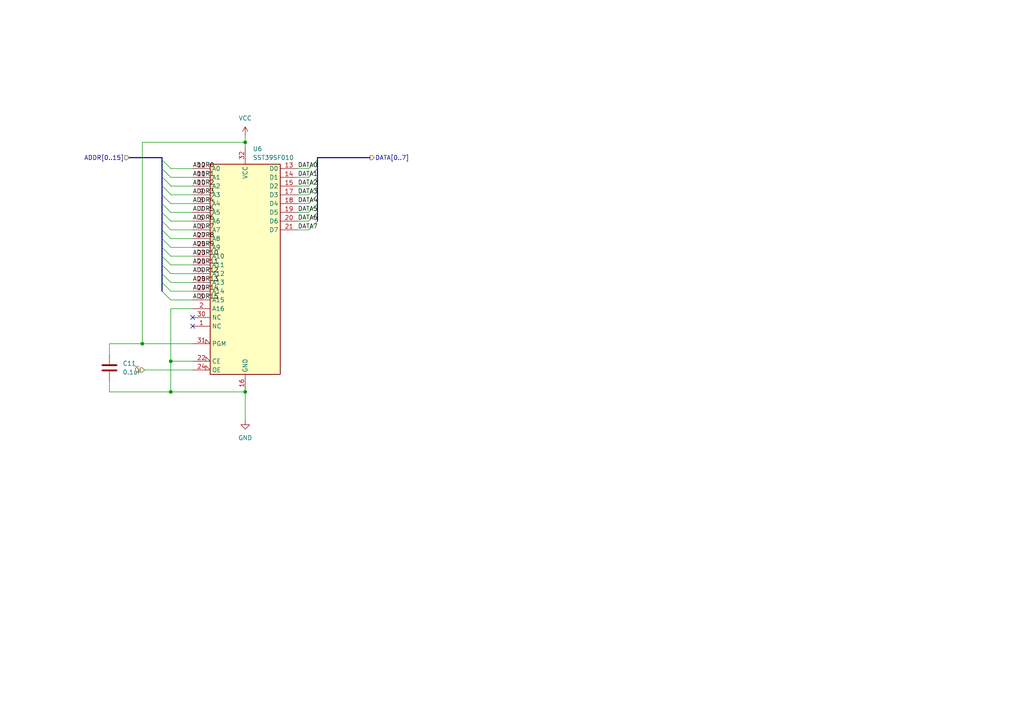
<source format=kicad_sch>
(kicad_sch (version 20231120) (generator "eeschema") (generator_version "8.0")
  (paper "A4")
  (lib_symbols
    (symbol "Device:C" (pin_numbers hide) (pin_names (offset 0.254))
      (property "Reference" "C" (at 0.635 2.54 0))
      (property "Value" "C" (at 0.635 -2.54 0))
      (symbol "C_0_1"
        (polyline (pts (xy -2.032 -0.762) (xy 2.032 -0.762)) (stroke (width 0.508)))
        (polyline (pts (xy -2.032 0.762) (xy 2.032 0.762)) (stroke (width 0.508)))
      )
      (symbol "C_1_1"
        (pin passive line (at 0 3.81 270) (length 2.794) (name "~") (number "1"))
        (pin passive line (at 0 -3.81 90) (length 2.794) (name "~") (number "2"))
      )
    )
    (symbol "Memory_Flash:SST39SF010"
      (property "Reference" "U" (at 2.54 33.02 0))
      (property "Value" "SST39SF010" (at 0 -30.48 0))
      (symbol "SST39SF010_0_0"
        (pin power_in line (at 0 -34.29 90) (length 5.08) (name "GND") (number "16"))
        (pin power_in line (at 0 36.83 270) (length 5.08) (name "VCC") (number "32"))
      )
      (symbol "SST39SF010_0_1"
        (rectangle (start -10.16 31.75) (end 10.16 -29.21) (stroke (width 0.254)) (fill (type background)))
      )
      (symbol "SST39SF010_1_1"
        (pin input line (at -15.24 -15.24 0) (length 5.08) (name "NC") (number "1"))
        (pin input line (at -15.24 25.4 0) (length 5.08) (name "A2") (number "10"))
        (pin input line (at -15.24 27.94 0) (length 5.08) (name "A1") (number "11"))
        (pin input line (at -15.24 30.48 0) (length 5.08) (name "A0") (number "12"))
        (pin tri_state line (at 15.24 30.48 180) (length 5.08) (name "D0") (number "13"))
        (pin tri_state line (at 15.24 27.94 180) (length 5.08) (name "D1") (number "14"))
        (pin tri_state line (at 15.24 25.4 180) (length 5.08) (name "D2") (number "15"))
        (pin tri_state line (at 15.24 22.86 180) (length 5.08) (name "D3") (number "17"))
        (pin tri_state line (at 15.24 20.32 180) (length 5.08) (name "D4") (number "18"))
        (pin tri_state line (at 15.24 17.78 180) (length 5.08) (name "D5") (number "19"))
        (pin input line (at -15.24 -10.16 0) (length 5.08) (name "A16") (number "2"))
        (pin tri_state line (at 15.24 15.24 180) (length 5.08) (name "D6") (number "20"))
        (pin tri_state line (at 15.24 12.7 180) (length 5.08) (name "D7") (number "21"))
        (pin input input_low (at -15.24 -25.4 0) (length 5.08) (name "CE") (number "22"))
        (pin input line (at -15.24 5.08 0) (length 5.08) (name "A10") (number "23"))
        (pin input input_low (at -15.24 -27.94 0) (length 5.08) (name "OE") (number "24"))
        (pin input line (at -15.24 2.54 0) (length 5.08) (name "A11") (number "25"))
        (pin input line (at -15.24 7.62 0) (length 5.08) (name "A9") (number "26"))
        (pin input line (at -15.24 10.16 0) (length 5.08) (name "A8") (number "27"))
        (pin input line (at -15.24 -2.54 0) (length 5.08) (name "A13") (number "28"))
        (pin input line (at -15.24 -5.08 0) (length 5.08) (name "A14") (number "29"))
        (pin input line (at -15.24 -7.62 0) (length 5.08) (name "A15") (number "3"))
        (pin input line (at -15.24 -12.7 0) (length 5.08) (name "NC") (number "30"))
        (pin input input_low (at -15.24 -20.32 0) (length 5.08) (name "PGM") (number "31"))
        (pin input line (at -15.24 0 0) (length 5.08) (name "A12") (number "4"))
        (pin input line (at -15.24 12.7 0) (length 5.08) (name "A7") (number "5"))
        (pin input line (at -15.24 15.24 0) (length 5.08) (name "A6") (number "6"))
        (pin input line (at -15.24 17.78 0) (length 5.08) (name "A5") (number "7"))
        (pin input line (at -15.24 20.32 0) (length 5.08) (name "A4") (number "8"))
        (pin input line (at -15.24 22.86 0) (length 5.08) (name "A3") (number "9"))
      )
    )
    (symbol "power:GND" (power) (pin_numbers hide) (pin_names (offset 0) hide)
      (property "Value" "GND" (at 0 -3.81 0))
      (symbol "GND_0_1"
        (polyline (pts (xy 0 0) (xy 0 -1.27) (xy 1.27 -1.27) (xy 0 -2.54) (xy -1.27 -1.27) (xy 0 -1.27)))
      )
      (symbol "GND_1_1"
        (pin power_in line (at 0 0 270) (length 0) (name "~") (number "1"))
      )
    )
    (symbol "power:VCC" (power) (pin_numbers hide) (pin_names (offset 0) hide)
      (property "Value" "VCC" (at 0 3.556 0))
      (symbol "VCC_0_1"
        (polyline (pts (xy -0.762 1.27) (xy 0 2.54)))
        (polyline (pts (xy 0 0) (xy 0 2.54)))
        (polyline (pts (xy 0 2.54) (xy 0.762 1.27)))
      )
      (symbol "VCC_1_1"
        (pin power_in line (at 0 0 90) (length 0) (name "~") (number "1"))
      )
    )
  )
  (junction (at 41.275 99.695))
  (junction (at 49.53 104.775))
  (junction (at 71.12 113.665))
  (junction (at 49.53 113.665))
  (junction (at 71.12 41.275))
  (no_connect (at 55.88 94.615))
  (no_connect (at 55.88 92.075))
  (bus_entry (at 46.99 66.675) (size 2.54 2.54))
  (bus_entry (at 92.075 59.055) (size -2.54 2.54))
  (bus_entry (at 46.99 76.835) (size 2.54 2.54))
  (bus_entry (at 46.99 81.915) (size 2.54 2.54))
  (bus_entry (at 92.075 56.515) (size -2.54 2.54))
  (bus_entry (at 92.075 51.435) (size -2.54 2.54))
  (bus_entry (at 46.99 79.375) (size 2.54 2.54))
  (bus_entry (at 46.99 59.055) (size 2.54 2.54))
  (bus_entry (at 46.99 61.595) (size 2.54 2.54))
  (bus_entry (at 46.99 56.515) (size 2.54 2.54))
  (bus_entry (at 46.99 53.848) (size 2.54 2.54))
  (bus_entry (at 46.99 71.755) (size 2.54 2.54))
  (bus_entry (at 92.075 46.355) (size -2.54 2.54))
  (bus_entry (at 46.99 51.308) (size 2.54 2.54))
  (bus_entry (at 46.99 46.355) (size 2.54 2.54))
  (bus_entry (at 46.99 84.455) (size 2.54 2.54))
  (bus_entry (at 92.075 64.135) (size -2.54 2.54))
  (bus_entry (at 46.99 64.135) (size 2.54 2.54))
  (bus_entry (at 92.075 53.975) (size -2.54 2.54))
  (bus_entry (at 92.075 61.595) (size -2.54 2.54))
  (bus_entry (at 46.99 74.295) (size 2.54 2.54))
  (bus_entry (at 92.075 48.895) (size -2.54 2.54))
  (bus_entry (at 46.99 69.215) (size 2.54 2.54))
  (bus_entry (at 46.99 48.895) (size 2.54 2.54))
  (bus (pts (xy 46.99 66.675) (xy 46.99 64.135)))
  (wire (pts (xy 41.91 107.315) (xy 55.88 107.315)))
  (bus (pts (xy 46.99 59.055) (xy 46.99 56.515)))
  (wire (pts (xy 31.75 102.87) (xy 31.75 99.695)))
  (wire (pts (xy 86.36 51.435) (xy 89.535 51.435)))
  (wire (pts (xy 49.53 53.848) (xy 49.53 53.975)))
  (bus (pts (xy 46.99 79.375) (xy 46.99 76.835)))
  (wire (pts (xy 86.36 64.135) (xy 89.535 64.135)))
  (wire (pts (xy 31.75 110.49) (xy 31.75 113.665)))
  (bus (pts (xy 46.99 48.895) (xy 46.99 46.355)))
  (wire (pts (xy 86.36 59.055) (xy 89.535 59.055)))
  (wire (pts (xy 49.53 69.215) (xy 55.88 69.215)))
  (wire (pts (xy 55.88 89.535) (xy 49.53 89.535)))
  (bus (pts (xy 46.99 71.755) (xy 46.99 69.215)))
  (wire (pts (xy 71.12 113.665) (xy 71.12 121.92)))
  (wire (pts (xy 49.53 66.675) (xy 55.88 66.675)))
  (wire (pts (xy 49.53 84.455) (xy 55.88 84.455)))
  (wire (pts (xy 49.53 56.515) (xy 55.88 56.515)))
  (bus (pts (xy 46.99 76.835) (xy 46.99 74.295)))
  (wire (pts (xy 31.75 113.665) (xy 49.53 113.665)))
  (wire (pts (xy 31.75 99.695) (xy 41.275 99.695)))
  (bus (pts (xy 92.075 64.135) (xy 92.075 61.595)))
  (wire (pts (xy 49.53 89.535) (xy 49.53 104.775)))
  (bus (pts (xy 46.99 53.848) (xy 46.99 51.308)))
  (wire (pts (xy 41.275 99.695) (xy 41.275 41.275)))
  (wire (pts (xy 49.53 104.775) (xy 49.53 113.665)))
  (bus (pts (xy 92.075 48.895) (xy 92.075 46.355)))
  (wire (pts (xy 49.53 59.055) (xy 55.88 59.055)))
  (bus (pts (xy 37.465 45.72) (xy 46.99 45.72)))
  (bus (pts (xy 46.99 81.915) (xy 46.99 79.375)))
  (wire (pts (xy 49.53 113.665) (xy 71.12 113.665)))
  (wire (pts (xy 86.36 53.975) (xy 89.535 53.975)))
  (wire (pts (xy 49.53 74.295) (xy 55.88 74.295)))
  (wire (pts (xy 49.53 81.915) (xy 55.88 81.915)))
  (wire (pts (xy 49.53 48.895) (xy 55.88 48.895)))
  (wire (pts (xy 71.12 41.275) (xy 71.12 42.545)))
  (wire (pts (xy 49.53 79.375) (xy 55.88 79.375)))
  (bus (pts (xy 46.99 69.215) (xy 46.99 66.675)))
  (bus (pts (xy 46.99 61.595) (xy 46.99 59.055)))
  (bus (pts (xy 46.99 46.355) (xy 46.99 45.72)))
  (wire (pts (xy 49.53 53.975) (xy 55.88 53.975)))
  (wire (pts (xy 49.53 76.835) (xy 55.88 76.835)))
  (bus (pts (xy 92.075 56.515) (xy 92.075 53.975)))
  (wire (pts (xy 86.36 48.895) (xy 89.535 48.895)))
  (wire (pts (xy 49.53 56.388) (xy 49.53 56.515)))
  (bus (pts (xy 46.99 64.135) (xy 46.99 61.595)))
  (wire (pts (xy 49.53 61.595) (xy 55.88 61.595)))
  (wire (pts (xy 49.53 86.995) (xy 55.88 86.995)))
  (bus (pts (xy 46.99 51.308) (xy 46.99 48.895)))
  (wire (pts (xy 71.12 39.37) (xy 71.12 41.275)))
  (bus (pts (xy 92.075 45.72) (xy 107.315 45.72)))
  (bus (pts (xy 46.99 84.455) (xy 46.99 81.915)))
  (bus (pts (xy 92.075 51.435) (xy 92.075 48.895)))
  (wire (pts (xy 41.275 41.275) (xy 71.12 41.275)))
  (bus (pts (xy 92.075 53.975) (xy 92.075 51.435)))
  (wire (pts (xy 86.36 66.675) (xy 89.535 66.675)))
  (wire (pts (xy 49.53 51.435) (xy 55.88 51.435)))
  (wire (pts (xy 49.53 104.775) (xy 55.88 104.775)))
  (bus (pts (xy 92.075 59.055) (xy 92.075 56.515)))
  (wire (pts (xy 49.53 64.135) (xy 55.88 64.135)))
  (bus (pts (xy 46.99 56.515) (xy 46.99 53.848)))
  (wire (pts (xy 86.36 56.515) (xy 89.535 56.515)))
  (bus (pts (xy 46.99 74.295) (xy 46.99 71.755)))
  (wire (pts (xy 49.53 71.755) (xy 55.88 71.755)))
  (bus (pts (xy 92.075 46.355) (xy 92.075 45.72)))
  (wire (pts (xy 55.88 99.695) (xy 41.275 99.695)))
  (bus (pts (xy 92.075 61.595) (xy 92.075 59.055)))
  (wire (pts (xy 86.36 61.595) (xy 89.535 61.595)))
  (label "ADDR1" (at 55.88 51.435 0))
  (label "ADDR14" (at 55.88 84.455 0))
  (label "ADDR15" (at 55.88 86.995 0))
  (label "ADDR0" (at 55.88 48.895 0))
  (label "ADDR10" (at 55.88 74.295 0))
  (label "DATA5" (at 86.36 61.595 0))
  (label "ADDR6" (at 55.88 64.135 0))
  (label "ADDR8" (at 55.88 69.215 0))
  (label "ADDR3" (at 55.88 56.515 0))
  (label "ADDR11" (at 55.88 76.835 0))
  (label "DATA7" (at 86.36 66.675 0))
  (label "DATA4" (at 86.36 59.055 0))
  (label "DATA2" (at 86.36 53.975 0))
  (label "ADDR4" (at 55.88 59.055 0))
  (label "ADDR2" (at 55.88 53.975 0))
  (label "DATA6" (at 86.36 64.135 0))
  (label "ADDR7" (at 55.88 66.675 0))
  (label "DATA1" (at 86.36 51.435 0))
  (label "DATA3" (at 86.36 56.515 0))
  (label "ADDR5" (at 55.88 61.595 0))
  (label "DATA0" (at 86.36 48.895 0))
  (label "ADDR12" (at 55.88 79.375 0))
  (label "ADDR13" (at 55.88 81.915 0))
  (label "ADDR9" (at 55.88 71.755 0))
  (hierarchical_label "ADDR[0..15]" (shape input) (at 37.465 45.72 180))
  (hierarchical_label "~{O}" (shape input) (at 41.91 107.315 180))
  (hierarchical_label "DATA[0..7]" (shape output) (at 107.315 45.72 0))
  (symbol (lib_id "power:VCC") (at 71.12 39.37 0) (unit 1)
    (property "Reference" "#PWR09" (effects (hide yes)))
    (property "Value" "VCC" (at 71.12 34.29 0))
    (property "Description" "Power symbol creates a global label with name \"VCC\"" (effects (hide yes)))
    (instances (project "Program Counter" (path "" (reference "#PWR09") (unit 1)) (path "" (reference "#PWR07") (unit 1))))
  )
  (symbol (lib_id "Device:C") (at 31.75 106.68 0) (unit 1)
    (property "Reference" "C11" (at 35.56 105.4099 0) (effects (justify left)))
    (property "Value" "0.1uF" (at 35.56 107.9499 0) (effects (justify left)))
    (property "Footprint" "Capacitor_SMD:C_0603_1608Metric" (effects (hide yes)))
    (property "Description" "Unpolarized capacitor" (effects (hide yes)))
    (instances (project "" (path "" (reference "C11") (unit 1)) (path "" (reference "C10") (unit 1))))
  )
  (symbol (lib_id "Memory_Flash:SST39SF010") (at 71.12 79.375 0) (unit 1)
    (property "Reference" "U6" (at 73.3141 43.18 0) (effects (justify left)))
    (property "Value" "SST39SF010" (at 73.3141 45.72 0) (effects (justify left)))
    (property "Footprint" "Package_DIP:DIP-32_W15.24mm_Socket" (effects (hide yes)))
    (property "Datasheet" "http://ww1.microchip.com/downloads/en/DeviceDoc/25022B.pdf" (effects (hide yes)))
    (property "Description" "Silicon Storage Technology (SSF) 128k x 8 Flash ROM" (effects (hide yes)))
    (instances (project "Program Counter" (path "" (reference "U6") (unit 1)) (path "" (reference "U5") (unit 1))))
  )
  (symbol (lib_id "power:GND") (at 71.12 121.92 0) (unit 1)
    (property "Reference" "#PWR010" (effects (hide yes)))
    (property "Value" "GND" (at 71.12 127 0))
    (property "Description" "Power symbol creates a global label with name \"GND\" , ground" (effects (hide yes)))
    (instances (project "Program Counter" (path "" (reference "#PWR010") (unit 1)) (path "" (reference "#PWR08") (unit 1))))
  )
)
</source>
